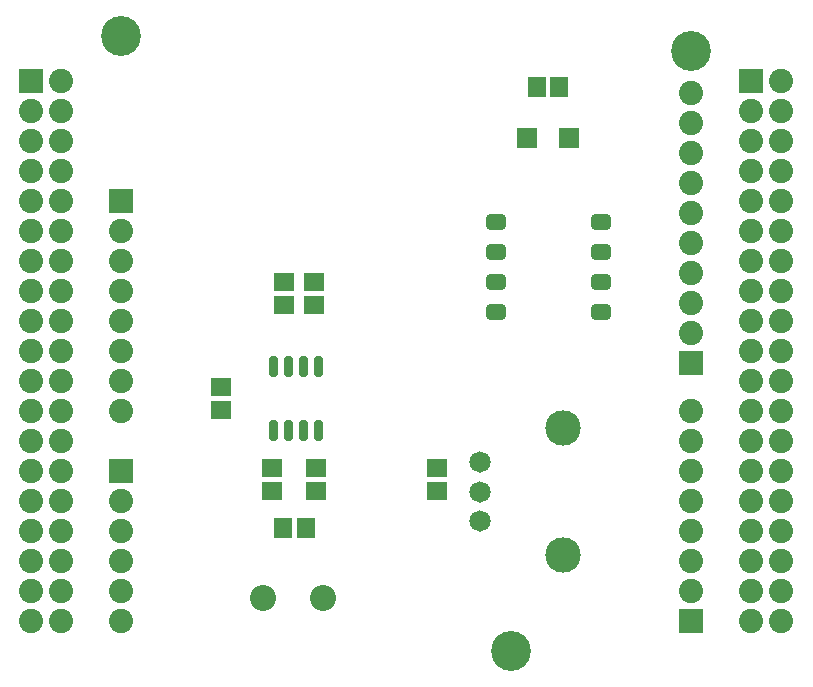
<source format=gts>
G04 EAGLE Gerber RS-274X export*
G75*
%MOMM*%
%FSLAX34Y34*%
%LPD*%
%INSoldermask Top*%
%IPPOS*%
%AMOC8*
5,1,8,0,0,1.08239X$1,22.5*%
G01*
%ADD10C,2.203200*%
%ADD11R,1.703200X1.503200*%
%ADD12R,1.703200X1.703200*%
%ADD13R,2.053200X2.053200*%
%ADD14C,2.053200*%
%ADD15C,3.378200*%
%ADD16C,1.809200*%
%ADD17C,3.005700*%
%ADD18R,1.503200X1.703200*%
%ADD19C,0.751331*%
%ADD20C,0.512062*%


D10*
X368089Y189422D03*
X418889Y189422D03*
D11*
X332740Y367640D03*
X332740Y348640D03*
D12*
X627100Y579120D03*
X592100Y579120D03*
D13*
X248400Y297100D03*
D14*
X248400Y271700D03*
X248400Y246300D03*
X248400Y220900D03*
X248400Y195500D03*
X248400Y170100D03*
D13*
X248400Y525700D03*
D14*
X248400Y500300D03*
X248400Y474900D03*
X248400Y449500D03*
X248400Y424100D03*
X248400Y398700D03*
X248400Y373300D03*
X248400Y347900D03*
D13*
X172200Y627300D03*
D14*
X197600Y627300D03*
X172200Y601900D03*
X197600Y601900D03*
X172200Y576500D03*
X197600Y576500D03*
X172200Y551100D03*
X197600Y551100D03*
X172200Y525700D03*
X197600Y525700D03*
X172200Y500300D03*
X197600Y500300D03*
X172200Y474900D03*
X197600Y474900D03*
X172200Y449500D03*
X197600Y449500D03*
X172200Y424100D03*
X197600Y424100D03*
X172200Y398700D03*
X197600Y398700D03*
X172200Y373300D03*
X197600Y373300D03*
X172200Y347900D03*
X197600Y347900D03*
X172200Y322500D03*
X197600Y322500D03*
X172200Y297100D03*
X197600Y297100D03*
X172200Y271700D03*
X197600Y271700D03*
X172200Y246300D03*
X197600Y246300D03*
X172200Y220900D03*
X197600Y220900D03*
X172200Y195500D03*
X197600Y195500D03*
X172200Y170100D03*
X197600Y170100D03*
D13*
X731000Y388540D03*
D14*
X731000Y413940D03*
X731000Y439340D03*
X731000Y464740D03*
X731000Y490140D03*
X731000Y515540D03*
X731000Y540940D03*
X731000Y566340D03*
X731000Y591740D03*
X731000Y617140D03*
X731000Y220900D03*
X731000Y246300D03*
X731000Y271700D03*
X731000Y297100D03*
X731000Y322500D03*
X731000Y347900D03*
D13*
X731000Y170100D03*
D14*
X731000Y195500D03*
D13*
X781800Y627050D03*
D14*
X807200Y627050D03*
X781800Y601650D03*
X807200Y601650D03*
X781800Y576250D03*
X807200Y576250D03*
X781800Y550850D03*
X807200Y550850D03*
X781800Y525450D03*
X807200Y525450D03*
X781800Y500050D03*
X807200Y500050D03*
X781800Y474650D03*
X807200Y474650D03*
X781800Y449250D03*
X807200Y449250D03*
X781800Y423850D03*
X807200Y423850D03*
X781800Y398450D03*
X807200Y398450D03*
X781800Y373050D03*
X807200Y373050D03*
X781800Y347650D03*
X807200Y347650D03*
X781800Y322250D03*
X807200Y322250D03*
X781800Y296850D03*
X807200Y296850D03*
X781800Y271450D03*
X807200Y271450D03*
X781800Y246050D03*
X807200Y246050D03*
X781800Y220650D03*
X807200Y220650D03*
X781800Y195250D03*
X807200Y195250D03*
X781800Y169850D03*
X807200Y169850D03*
D15*
X731000Y652700D03*
X248400Y665400D03*
X578600Y144700D03*
D16*
X552300Y279400D03*
X552300Y254400D03*
X552300Y304400D03*
D17*
X622300Y332900D03*
X622300Y225900D03*
D11*
X375920Y299060D03*
X375920Y280060D03*
X412750Y280060D03*
X412750Y299060D03*
D18*
X404470Y248934D03*
X385470Y248934D03*
D11*
X411480Y437540D03*
X411480Y456540D03*
X386080Y456540D03*
X386080Y437540D03*
D18*
X600100Y622300D03*
X619100Y622300D03*
D19*
X658803Y434521D02*
X658803Y429079D01*
X649297Y429079D01*
X649297Y434521D01*
X658803Y434521D01*
X658803Y454479D02*
X658803Y459921D01*
X658803Y454479D02*
X649297Y454479D01*
X649297Y459921D01*
X658803Y459921D01*
X658803Y479879D02*
X658803Y485321D01*
X658803Y479879D02*
X649297Y479879D01*
X649297Y485321D01*
X658803Y485321D01*
X658803Y505279D02*
X658803Y510721D01*
X658803Y505279D02*
X649297Y505279D01*
X649297Y510721D01*
X658803Y510721D01*
X569903Y434521D02*
X569903Y429079D01*
X560397Y429079D01*
X560397Y434521D01*
X569903Y434521D01*
X569903Y454479D02*
X569903Y459921D01*
X569903Y454479D02*
X560397Y454479D01*
X560397Y459921D01*
X569903Y459921D01*
X569903Y479879D02*
X569903Y485321D01*
X569903Y479879D02*
X560397Y479879D01*
X560397Y485321D01*
X569903Y485321D01*
X569903Y505279D02*
X569903Y510721D01*
X569903Y505279D02*
X560397Y505279D01*
X560397Y510721D01*
X569903Y510721D01*
D20*
X413786Y391394D02*
X413786Y378988D01*
X413786Y391394D02*
X416794Y391394D01*
X416794Y378988D01*
X413786Y378988D01*
X413786Y383853D02*
X416794Y383853D01*
X416794Y388718D02*
X413786Y388718D01*
X401086Y391394D02*
X401086Y378988D01*
X401086Y391394D02*
X404094Y391394D01*
X404094Y378988D01*
X401086Y378988D01*
X401086Y383853D02*
X404094Y383853D01*
X404094Y388718D02*
X401086Y388718D01*
X388386Y391394D02*
X388386Y378988D01*
X388386Y391394D02*
X391394Y391394D01*
X391394Y378988D01*
X388386Y378988D01*
X388386Y383853D02*
X391394Y383853D01*
X391394Y388718D02*
X388386Y388718D01*
X375686Y391394D02*
X375686Y378988D01*
X375686Y391394D02*
X378694Y391394D01*
X378694Y378988D01*
X375686Y378988D01*
X375686Y383853D02*
X378694Y383853D01*
X378694Y388718D02*
X375686Y388718D01*
X413786Y337292D02*
X413786Y324886D01*
X413786Y337292D02*
X416794Y337292D01*
X416794Y324886D01*
X413786Y324886D01*
X413786Y329751D02*
X416794Y329751D01*
X416794Y334616D02*
X413786Y334616D01*
X401086Y337292D02*
X401086Y324886D01*
X401086Y337292D02*
X404094Y337292D01*
X404094Y324886D01*
X401086Y324886D01*
X401086Y329751D02*
X404094Y329751D01*
X404094Y334616D02*
X401086Y334616D01*
X388386Y337292D02*
X388386Y324886D01*
X388386Y337292D02*
X391394Y337292D01*
X391394Y324886D01*
X388386Y324886D01*
X388386Y329751D02*
X391394Y329751D01*
X391394Y334616D02*
X388386Y334616D01*
X375686Y337292D02*
X375686Y324886D01*
X375686Y337292D02*
X378694Y337292D01*
X378694Y324886D01*
X375686Y324886D01*
X375686Y329751D02*
X378694Y329751D01*
X378694Y334616D02*
X375686Y334616D01*
D11*
X515620Y280060D03*
X515620Y299060D03*
M02*

</source>
